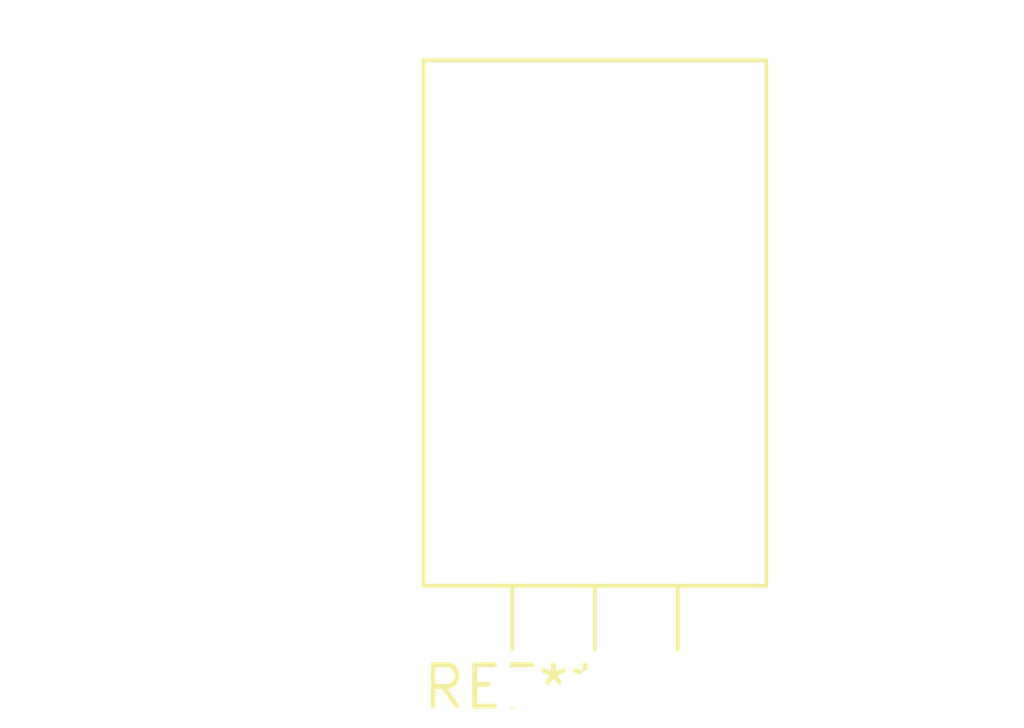
<source format=kicad_pcb>
(kicad_pcb (version 20240108) (generator pcbnew)
  (layers (0 "F.Cu" signal) (31 "B.Cu" signal) (34 "B.Paste" user) (35 "F.Paste" user) (36 "B.SilkS" user "B.Silkscreen") (37 "F.SilkS" user "F.Silkscreen") (38 "B.Mask" user) (39 "F.Mask" user) (44 "Edge.Cuts" user))
  (net 0 "")
  (footprint "TO-220F-3_Horizontal_TabDown" (layer "F.Cu") (at 0 0)
    (property "Reference" "REF**")
    (property "Value" "TO-220F-3_Horizontal_TabDown")
    (fp_line (start -2.71 -19.22) (end -2.71 -3.11) (layer "F.SilkS") (stroke (width 0.12)))
    (fp_line (start -2.71 -19.22) (end 7.79 -19.22) (layer "F.SilkS") (stroke (width 0.12)))
    (fp_line (start -2.71 -3.11) (end 7.79 -3.11) (layer "F.SilkS") (stroke (width 0.12)))
    (fp_line (start 0 -3.11) (end 0 -1.15) (layer "F.SilkS") (stroke (width 0.12)))
    (fp_line (start 2.54 -3.11) (end 2.54 -1.15) (layer "F.SilkS") (stroke (width 0.12)))
    (fp_line (start 5.08 -3.11) (end 5.08 -1.15) (layer "F.SilkS") (stroke (width 0.12)))
    (fp_line (start 7.79 -19.22) (end 7.79 -3.11) (layer "F.SilkS") (stroke (width 0.12)))
    (pad "" np_thru_hole oval (at 2.54 -15.8) (size 3.5 3.5) (drill 3.5) (layers *.Cu *.Mask))
    (pad "1" thru_hole rect (at 0 0) (size 1.905 2) (drill 1.2) (layers *.Cu *.Mask) (remove_unused_layers))
    (pad "2" thru_hole oval (at 2.54 0) (size 1.905 2) (drill 1.2) (layers *.Cu *.Mask) (remove_unused_layers))
    (pad "3" thru_hole oval (at 5.08 0) (size 1.905 2) (drill 1.2) (layers *.Cu *.Mask) (remove_unused_layers))
  )
)
</source>
